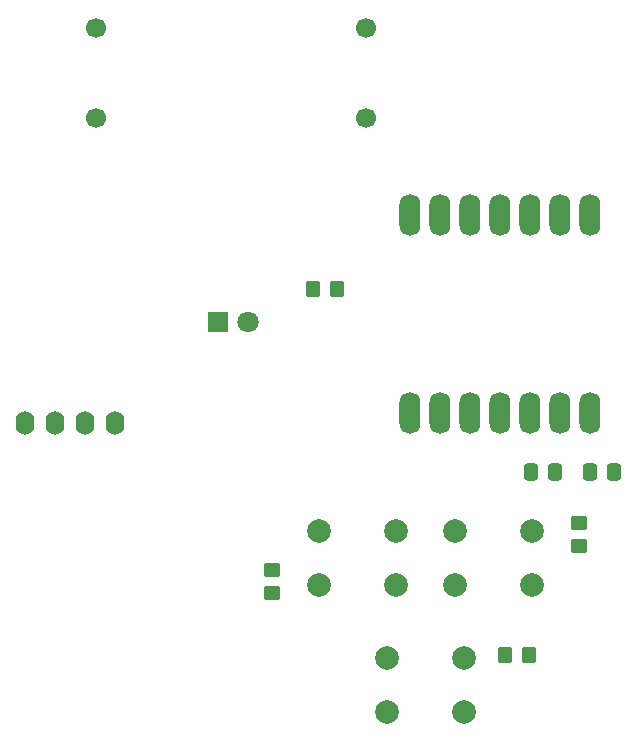
<source format=gbr>
%TF.GenerationSoftware,KiCad,Pcbnew,8.0.8*%
%TF.CreationDate,2025-02-27T23:00:34-08:00*%
%TF.ProjectId,514_final_display_pcb,3531345f-6669-46e6-916c-5f646973706c,rev?*%
%TF.SameCoordinates,Original*%
%TF.FileFunction,Soldermask,Top*%
%TF.FilePolarity,Negative*%
%FSLAX46Y46*%
G04 Gerber Fmt 4.6, Leading zero omitted, Abs format (unit mm)*
G04 Created by KiCad (PCBNEW 8.0.8) date 2025-02-27 23:00:34*
%MOMM*%
%LPD*%
G01*
G04 APERTURE LIST*
G04 Aperture macros list*
%AMRoundRect*
0 Rectangle with rounded corners*
0 $1 Rounding radius*
0 $2 $3 $4 $5 $6 $7 $8 $9 X,Y pos of 4 corners*
0 Add a 4 corners polygon primitive as box body*
4,1,4,$2,$3,$4,$5,$6,$7,$8,$9,$2,$3,0*
0 Add four circle primitives for the rounded corners*
1,1,$1+$1,$2,$3*
1,1,$1+$1,$4,$5*
1,1,$1+$1,$6,$7*
1,1,$1+$1,$8,$9*
0 Add four rect primitives between the rounded corners*
20,1,$1+$1,$2,$3,$4,$5,0*
20,1,$1+$1,$4,$5,$6,$7,0*
20,1,$1+$1,$6,$7,$8,$9,0*
20,1,$1+$1,$8,$9,$2,$3,0*%
G04 Aperture macros list end*
%ADD10R,1.800000X1.800000*%
%ADD11C,1.800000*%
%ADD12RoundRect,0.250000X-0.450000X0.350000X-0.450000X-0.350000X0.450000X-0.350000X0.450000X0.350000X0*%
%ADD13C,1.700000*%
%ADD14RoundRect,0.250000X0.350000X0.450000X-0.350000X0.450000X-0.350000X-0.450000X0.350000X-0.450000X0*%
%ADD15C,2.000000*%
%ADD16RoundRect,0.250000X-0.350000X-0.450000X0.350000X-0.450000X0.350000X0.450000X-0.350000X0.450000X0*%
%ADD17O,1.600000X2.000000*%
%ADD18RoundRect,0.250000X0.450000X-0.350000X0.450000X0.350000X-0.450000X0.350000X-0.450000X-0.350000X0*%
%ADD19O,1.778000X3.556000*%
%ADD20RoundRect,0.250000X0.337500X0.475000X-0.337500X0.475000X-0.337500X-0.475000X0.337500X-0.475000X0*%
%ADD21RoundRect,0.250000X-0.337500X-0.475000X0.337500X-0.475000X0.337500X0.475000X-0.337500X0.475000X0*%
G04 APERTURE END LIST*
D10*
%TO.C,D1*%
X101975000Y-86000000D03*
D11*
X104515000Y-86000000D03*
%TD*%
D12*
%TO.C,R4*%
X132500000Y-103000000D03*
X132500000Y-105000000D03*
%TD*%
D13*
%TO.C,M1*%
X91610000Y-68720000D03*
X91610000Y-61100000D03*
X114470000Y-68720000D03*
X114470000Y-61100000D03*
%TD*%
D14*
%TO.C,R2*%
X128250000Y-114250000D03*
X126250000Y-114250000D03*
%TD*%
D15*
%TO.C,SW2*%
X117000000Y-108250000D03*
X110500000Y-108250000D03*
X117000000Y-103750000D03*
X110500000Y-103750000D03*
%TD*%
D16*
%TO.C,R1*%
X110000000Y-83250000D03*
X112000000Y-83250000D03*
%TD*%
D17*
%TO.C,Brd1*%
X85580000Y-94550000D03*
X88120000Y-94550000D03*
X90660000Y-94550000D03*
X93200000Y-94550000D03*
%TD*%
D18*
%TO.C,R3*%
X106500000Y-109000000D03*
X106500000Y-107000000D03*
%TD*%
D15*
%TO.C,SW1*%
X122750000Y-119000000D03*
X116250000Y-119000000D03*
X122750000Y-114500000D03*
X116250000Y-114500000D03*
%TD*%
D19*
%TO.C,U1*%
X133490000Y-76998000D03*
X130950000Y-76998000D03*
X128410000Y-76998000D03*
X125870000Y-76998000D03*
X123330000Y-76998000D03*
X120790000Y-76998000D03*
X118250000Y-76998000D03*
X133490000Y-93762000D03*
X130950000Y-93762000D03*
X128410000Y-93762000D03*
X125870000Y-93762000D03*
X123330000Y-93762000D03*
X120790000Y-93762000D03*
X118250000Y-93762000D03*
%TD*%
D20*
%TO.C,C1*%
X135500000Y-98750000D03*
X133425000Y-98750000D03*
%TD*%
D15*
%TO.C,SW3*%
X128500000Y-108250000D03*
X122000000Y-108250000D03*
X128500000Y-103750000D03*
X122000000Y-103750000D03*
%TD*%
D21*
%TO.C,C2*%
X128425000Y-98750000D03*
X130500000Y-98750000D03*
%TD*%
M02*

</source>
